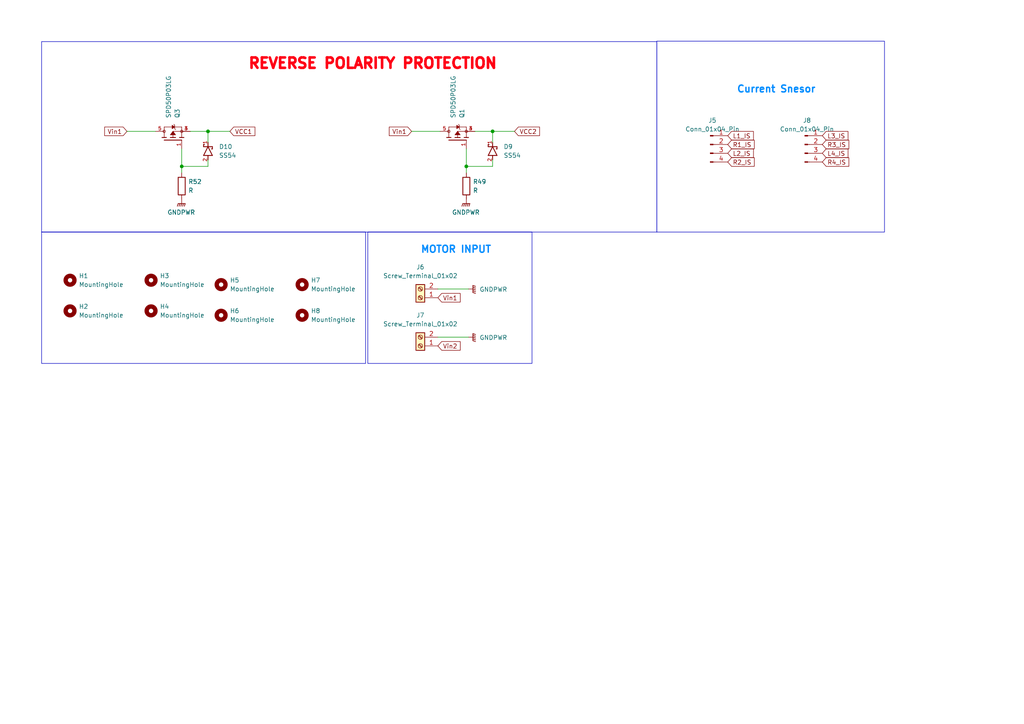
<source format=kicad_sch>
(kicad_sch (version 20230121) (generator eeschema)
  (paper "A4")
  (lib_symbols
    (symbol "Connector:Conn_01x04_Pin" (pin_names (offset 1.016) hide)
      (property "Reference" "J" (at 0 5.08 0))
      (property "Value" "Conn_01x04_Pin" (at 0 -7.62 0))
      (symbol "Conn_01x04_Pin_1_1"
        (polyline (pts (xy 1.27 -5.08) (xy 0.8636 -5.08)) (stroke (width 0.1524)))
        (polyline (pts (xy 1.27 -2.54) (xy 0.8636 -2.54)) (stroke (width 0.1524)))
        (polyline (pts (xy 1.27 0) (xy 0.8636 0)) (stroke (width 0.1524)))
        (polyline (pts (xy 1.27 2.54) (xy 0.8636 2.54)) (stroke (width 0.1524)))
        (rectangle (start 0.8636 -4.953) (end 0 -5.207) (stroke (width 0.1524)) (fill (type outline)))
        (rectangle (start 0.8636 -2.413) (end 0 -2.667) (stroke (width 0.1524)) (fill (type outline)))
        (rectangle (start 0.8636 0.127) (end 0 -0.127) (stroke (width 0.1524)) (fill (type outline)))
        (rectangle (start 0.8636 2.667) (end 0 2.413) (stroke (width 0.1524)) (fill (type outline)))
        (pin passive line (at 5.08 2.54 180) (length 3.81) (name "Pin_1") (number "1"))
        (pin passive line (at 5.08 0 180) (length 3.81) (name "Pin_2") (number "2"))
        (pin passive line (at 5.08 -2.54 180) (length 3.81) (name "Pin_3") (number "3"))
        (pin passive line (at 5.08 -5.08 180) (length 3.81) (name "Pin_4") (number "4"))
      )
    )
    (symbol "Connector:Screw_Terminal_01x02" (pin_names (offset 1.016) hide)
      (property "Reference" "J" (at 0 2.54 0))
      (property "Value" "Screw_Terminal_01x02" (at 0 -5.08 0))
      (symbol "Screw_Terminal_01x02_1_1"
        (rectangle (start -1.27 1.27) (end 1.27 -3.81) (stroke (width 0.254)) (fill (type background)))
        (circle (center 0 -2.54) (radius 0.635) (stroke (width 0.1524)))
        (polyline (pts (xy -0.5334 -2.2098) (xy 0.3302 -3.048)) (stroke (width 0.1524)))
        (polyline (pts (xy -0.5334 0.3302) (xy 0.3302 -0.508)) (stroke (width 0.1524)))
        (polyline (pts (xy -0.3556 -2.032) (xy 0.508 -2.8702)) (stroke (width 0.1524)))
        (polyline (pts (xy -0.3556 0.508) (xy 0.508 -0.3302)) (stroke (width 0.1524)))
        (circle (center 0 0) (radius 0.635) (stroke (width 0.1524)))
        (pin passive line (at -5.08 0 0) (length 3.81) (name "Pin_1") (number "1"))
        (pin passive line (at -5.08 -2.54 0) (length 3.81) (name "Pin_2") (number "2"))
      )
    )
    (symbol "Device:R" (pin_numbers hide) (pin_names (offset 0))
      (property "Reference" "R" (at 2.032 0 90))
      (property "Value" "R" (at 0 0 90))
      (symbol "R_0_1"
        (rectangle (start -1.016 -2.54) (end 1.016 2.54) (stroke (width 0.254)))
      )
      (symbol "R_1_1"
        (pin passive line (at 0 3.81 270) (length 1.27) (name "~") (number "1"))
        (pin passive line (at 0 -3.81 90) (length 1.27) (name "~") (number "2"))
      )
    )
    (symbol "Mechanical:MountingHole" (pin_names (offset 1.016))
      (property "Reference" "H" (at 0 5.08 0))
      (property "Value" "MountingHole" (at 0 3.175 0))
      (symbol "MountingHole_0_1"
        (circle (center 0 0) (radius 1.27) (stroke (width 1.27)))
      )
    )
    (symbol "SPD50P03LG:SPD50P03LG" (pin_names (offset 1.016))
      (property "Reference" "Q" (at -11.4333 -1.2704 0))
      (property "Value" "SPD50P03LG" (at -11.4442 -3.8147 0))
      (symbol "SPD50P03LG_0_0"
        (polyline (pts (xy 0 -2.54) (xy 0 2.54)) (stroke (width 0.254)))
        (polyline (pts (xy 0.762 -3.175) (xy 0.762 -2.54)) (stroke (width 0.254)))
        (polyline (pts (xy 0.762 -2.54) (xy 0.762 -1.905)) (stroke (width 0.254)))
        (polyline (pts (xy 0.762 -2.54) (xy 3.81 -2.54)) (stroke (width 0.1524)))
        (polyline (pts (xy 0.762 -0.762) (xy 0.762 0)) (stroke (width 0.254)))
        (polyline (pts (xy 0.762 0) (xy 0.762 0.762)) (stroke (width 0.254)))
        (polyline (pts (xy 0.762 0) (xy 2.54 0)) (stroke (width 0.1524)))
        (polyline (pts (xy 0.762 1.905) (xy 0.762 2.54)) (stroke (width 0.254)))
        (polyline (pts (xy 0.762 2.54) (xy 0.762 3.175)) (stroke (width 0.254)))
        (polyline (pts (xy 2.54 0) (xy 2.54 2.54)) (stroke (width 0.1524)))
        (polyline (pts (xy 2.54 2.54) (xy 0.762 2.54)) (stroke (width 0.1524)))
        (polyline (pts (xy 2.54 2.54) (xy 3.81 2.54)) (stroke (width 0.1524)))
        (polyline (pts (xy 3.048 0.762) (xy 3.302 0.508)) (stroke (width 0.1524)))
        (polyline (pts (xy 3.302 0.508) (xy 3.81 0.508)) (stroke (width 0.1524)))
        (polyline (pts (xy 3.81 -2.54) (xy 3.81 0.508)) (stroke (width 0.1524)))
        (polyline (pts (xy 3.81 0.508) (xy 3.81 2.54)) (stroke (width 0.1524)))
        (polyline (pts (xy 3.81 0.508) (xy 4.318 0.508)) (stroke (width 0.1524)))
        (polyline (pts (xy 4.318 0.508) (xy 4.572 0.254)) (stroke (width 0.1524)))
        (polyline (pts (xy 2.54 0) (xy 1.524 0.762) (xy 1.524 -0.762) (xy 2.54 0)) (stroke (width 0.1524)) (fill (type outline)))
        (polyline (pts (xy 3.81 0.508) (xy 4.318 -0.254) (xy 3.302 -0.254) (xy 3.81 0.508)) (stroke (width 0.1524)) (fill (type outline)))
        (circle (center 2.54 -2.54) (radius 0.3592))
        (circle (center 2.54 2.54) (radius 0.3592))
        (pin passive line (at -2.54 2.54 0) (length 2.54) (name "~") (number "1"))
        (pin passive line (at 2.54 5.08 270) (length 2.54) (name "~") (number "3"))
        (pin passive line (at 2.54 5.08 270) (length 2.54) (name "~") (number "4"))
        (pin passive line (at 2.54 -5.08 90) (length 2.54) (name "~") (number "5"))
      )
    )
    (symbol "SS54:SS54" (pin_names (offset 1.016))
      (property "Reference" "D" (at -2.286 1.905 0))
      (property "Value" "SS54" (at -2.286 -3.429 0))
      (symbol "SS54_0_0"
        (polyline (pts (xy -1.27 -1.27) (xy 1.27 0)) (stroke (width 0.254)))
        (polyline (pts (xy -1.27 0) (xy -2.54 0)) (stroke (width 0.254)))
        (polyline (pts (xy -1.27 0) (xy -1.27 -1.27)) (stroke (width 0.254)))
        (polyline (pts (xy -1.27 1.27) (xy -1.27 0)) (stroke (width 0.254)))
        (polyline (pts (xy 0.635 -1.016) (xy 0.635 -1.27)) (stroke (width 0.254)))
        (polyline (pts (xy 1.27 -1.27) (xy 0.635 -1.27)) (stroke (width 0.254)))
        (polyline (pts (xy 1.27 0) (xy -1.27 1.27)) (stroke (width 0.254)))
        (polyline (pts (xy 1.27 0) (xy 1.27 -1.27)) (stroke (width 0.254)))
        (polyline (pts (xy 1.27 0) (xy 2.54 0)) (stroke (width 0.254)))
        (polyline (pts (xy 1.27 1.27) (xy 1.27 0)) (stroke (width 0.254)))
        (polyline (pts (xy 1.905 1.27) (xy 1.27 1.27)) (stroke (width 0.254)))
        (polyline (pts (xy 1.905 1.27) (xy 1.905 1.016)) (stroke (width 0.254)))
        (pin passive line (at 2.54 0 180) (length 0) (name "~") (number "1"))
        (pin passive line (at -2.54 0 0) (length 0) (name "~") (number "2"))
      )
    )
    (symbol "power:GNDPWR" (power) (pin_names (offset 0))
      (property "Value" "GNDPWR" (at 0 -3.302 0))
      (symbol "GNDPWR_0_1"
        (polyline (pts (xy 0 -1.27) (xy 0 0)))
        (polyline (pts (xy -1.016 -1.27) (xy -1.27 -2.032) (xy -1.27 -2.032)) (stroke (width 0.2032)))
        (polyline (pts (xy -0.508 -1.27) (xy -0.762 -2.032) (xy -0.762 -2.032)) (stroke (width 0.2032)))
        (polyline (pts (xy 0 -1.27) (xy -0.254 -2.032) (xy -0.254 -2.032)) (stroke (width 0.2032)))
        (polyline (pts (xy 0.508 -1.27) (xy 0.254 -2.032) (xy 0.254 -2.032)) (stroke (width 0.2032)))
        (polyline (pts (xy 1.016 -1.27) (xy -1.016 -1.27) (xy -1.016 -1.27)) (stroke (width 0.2032)))
        (polyline (pts (xy 1.016 -1.27) (xy 0.762 -2.032) (xy 0.762 -2.032) (xy 0.762 -2.032)) (stroke (width 0.2032)))
      )
      (symbol "GNDPWR_1_1"
        (pin power_in line (at 0 0 270) (length 0) hide (name "GNDPWR") (number "1"))
      )
    )
  )
  (junction (at 142.875 38.1))
  (junction (at 52.705 48.26))
  (junction (at 135.255 48.26))
  (junction (at 60.325 38.1))
  (wire (pts (xy 142.875 38.1) (xy 149.225 38.1)))
  (wire (pts (xy 135.255 43.18) (xy 135.255 48.26)))
  (wire (pts (xy 52.705 43.18) (xy 52.705 48.26)))
  (wire (pts (xy 60.325 38.1) (xy 66.675 38.1)))
  (wire (pts (xy 127 97.79) (xy 135.89 97.79)))
  (wire (pts (xy 142.875 38.1) (xy 137.795 38.1)))
  (wire (pts (xy 135.255 48.26) (xy 135.255 50.165)))
  (wire (pts (xy 36.83 38.1) (xy 45.085 38.1)))
  (wire (pts (xy 60.325 46.355) (xy 60.325 48.26)))
  (wire (pts (xy 127 83.82) (xy 135.89 83.82)))
  (wire (pts (xy 142.875 48.26) (xy 135.255 48.26)))
  (wire (pts (xy 142.875 46.355) (xy 142.875 48.26)))
  (wire (pts (xy 60.325 41.275) (xy 60.325 38.1)))
  (wire (pts (xy 52.705 48.26) (xy 52.705 50.165)))
  (wire (pts (xy 60.325 38.1) (xy 55.245 38.1)))
  (wire (pts (xy 142.875 41.275) (xy 142.875 38.1)))
  (wire (pts (xy 60.325 48.26) (xy 52.705 48.26)))
  (wire (pts (xy 119.38 38.1) (xy 127.635 38.1)))
  (rectangle (start 106.68 67.31) (end 154.305 105.41))
  (rectangle (start 12.065 12.065) (end 190.5 67.31))
  (rectangle (start 12.065 67.31) (end 106.045 105.41))
  (rectangle (start 190.5 11.938) (end 256.54 67.31))
  (text "REVERSE POLARITY PROTECTION\n" (at 71.755 20.32 0) (effects (font (size 3 3) (thickness 4) bold) (justify left bottom)))
  (text "MOTOR INPUT" (at 121.92 73.66 0) (effects (font (size 2 2) (thickness 0.4) bold) (justify left bottom)))
  (text "Current Snesor\n" (at 213.614 27.178 0) (effects (font (size 2 2) (thickness 0.4) bold) (justify left bottom)))
  (global_label "Vin1" (shape input) (at 119.38 38.1 180) (property "Intersheetrefs" "${INTERSHEET_REFS}" (effects hide)))
  (global_label "VCC1" (shape input) (at 66.675 38.1 0) (property "Intersheetrefs" "${INTERSHEET_REFS}" (effects hide)))
  (global_label "Vin1" (shape input) (at 36.83 38.1 180) (property "Intersheetrefs" "${INTERSHEET_REFS}" (effects hide)))
  (global_label "L4_IS" (shape input) (at 238.506 44.45 0) (property "Intersheetrefs" "${INTERSHEET_REFS}" (effects hide)))
  (global_label "L3_IS" (shape input) (at 238.506 39.37 0) (property "Intersheetrefs" "${INTERSHEET_REFS}" (effects hide)))
  (global_label "R3_IS" (shape input) (at 238.506 41.91 0) (property "Intersheetrefs" "${INTERSHEET_REFS}" (effects hide)))
  (global_label "L1_IS" (shape input) (at 211.074 39.37 0) (property "Intersheetrefs" "${INTERSHEET_REFS}" (effects hide)))
  (global_label "Vin1" (shape input) (at 127 86.36 0) (property "Intersheetrefs" "${INTERSHEET_REFS}" (effects hide)))
  (global_label "R4_IS" (shape input) (at 238.506 46.99 0) (property "Intersheetrefs" "${INTERSHEET_REFS}" (effects hide)))
  (global_label "R1_IS" (shape input) (at 211.074 41.91 0) (property "Intersheetrefs" "${INTERSHEET_REFS}" (effects hide)))
  (global_label "R2_IS" (shape input) (at 211.074 46.99 0) (property "Intersheetrefs" "${INTERSHEET_REFS}" (effects hide)))
  (global_label "L2_IS" (shape input) (at 211.074 44.45 0) (property "Intersheetrefs" "${INTERSHEET_REFS}" (effects hide)))
  (global_label "VCC2" (shape input) (at 149.225 38.1 0) (property "Intersheetrefs" "${INTERSHEET_REFS}" (effects hide)))
  (global_label "Vin2" (shape input) (at 127 100.33 0) (property "Intersheetrefs" "${INTERSHEET_REFS}" (effects hide)))
  (symbol (lib_id "Mechanical:MountingHole") (at 43.815 81.28 0) (unit 1)
    (property "Reference" "H3" (at 46.355 80.01 0) (effects (justify left)))
    (property "Value" "MountingHole" (at 46.355 82.55 0) (effects (justify left)))
    (property "Footprint" "MountingHole:MountingHole_5.3mm_M5_Pad_Via" (effects hide))
  )
  (symbol (lib_id "Mechanical:MountingHole") (at 43.815 90.17 0) (unit 1)
    (property "Reference" "H4" (at 46.355 88.9 0) (effects (justify left)))
    (property "Value" "MountingHole" (at 46.355 91.44 0) (effects (justify left)))
    (property "Footprint" "MountingHole:MountingHole_5.3mm_M5_Pad_Via" (effects hide))
  )
  (symbol (lib_id "Connector:Screw_Terminal_01x02") (at 121.92 86.36 180) (unit 1)
    (property "Reference" "J6" (at 121.92 77.47 0))
    (property "Value" "Screw_Terminal_01x02" (at 121.92 80.01 0))
    (property "Footprint" "XT90PW-F:AMASS_XT90PW-F" (effects hide))
  )
  (symbol (lib_id "Device:R") (at 52.705 53.975 0) (unit 1)
    (property "Reference" "R52" (at 54.61 52.705 0) (effects (justify left)))
    (property "Value" "R" (at 54.61 55.245 0) (effects (justify left)))
    (property "Footprint" "Resistor_SMD:R_0201_0603Metric" (effects hide))
  )
  (symbol (lib_id "Mechanical:MountingHole") (at 87.63 82.55 0) (unit 1)
    (property "Reference" "H7" (at 90.17 81.28 0) (effects (justify left)))
    (property "Value" "MountingHole" (at 90.17 83.82 0) (effects (justify left)))
    (property "Footprint" "MountingHole:MountingHole_5.3mm_M5_Pad_Via" (effects hide))
  )
  (symbol (lib_id "power:GNDPWR") (at 135.255 57.785 0) (unit 1)
    (property "Reference" "#PWR066" (effects hide))
    (property "Value" "GNDPWR" (at 135.128 61.595 0))
  )
  (symbol (lib_id "Mechanical:MountingHole") (at 64.135 82.55 0) (unit 1)
    (property "Reference" "H5" (at 66.675 81.28 0) (effects (justify left)))
    (property "Value" "MountingHole" (at 66.675 83.82 0) (effects (justify left)))
    (property "Footprint" "MountingHole:MountingHole_5.3mm_M5_Pad_Via" (effects hide))
  )
  (symbol (lib_id "Connector:Conn_01x04_Pin") (at 233.426 41.91 0) (unit 1)
    (property "Reference" "J8" (at 234.061 34.925 0))
    (property "Value" "Conn_01x04_Pin" (at 234.061 37.465 0))
  )
  (symbol (lib_id "power:GNDPWR") (at 135.89 83.82 90) (unit 1)
    (property "Reference" "#PWR067" (effects hide))
    (property "Value" "GNDPWR" (at 139.065 83.947 90) (effects (justify right)))
  )
  (symbol (lib_id "Mechanical:MountingHole") (at 20.32 90.17 0) (unit 1)
    (property "Reference" "H2" (at 22.86 88.9 0) (effects (justify left)))
    (property "Value" "MountingHole" (at 22.86 91.44 0) (effects (justify left)))
    (property "Footprint" "MountingHole:MountingHole_5.3mm_M5_Pad_Via" (effects hide))
  )
  (symbol (lib_id "Connector:Screw_Terminal_01x02") (at 121.92 100.33 180) (unit 1)
    (property "Reference" "J7" (at 121.92 91.44 0))
    (property "Value" "Screw_Terminal_01x02" (at 121.92 93.98 0))
    (property "Footprint" "XT90PW-F:AMASS_XT90PW-F" (effects hide))
  )
  (symbol (lib_id "Mechanical:MountingHole") (at 20.32 81.28 0) (unit 1)
    (property "Reference" "H1" (at 22.86 80.01 0) (effects (justify left)))
    (property "Value" "MountingHole" (at 22.86 82.55 0) (effects (justify left)))
    (property "Footprint" "MountingHole:MountingHole_5.3mm_M5_Pad_Via" (effects hide))
  )
  (symbol (lib_id "SS54:SS54") (at 142.875 43.815 90) (unit 1)
    (property "Reference" "D9" (at 146.05 42.545 90) (effects (justify right)))
    (property "Value" "SS54" (at 146.05 45.085 90) (effects (justify right)))
    (property "Footprint" "SS54:SMC" (effects hide))
    (property "MF" "MDD" (effects hide))
    (property "Description" "\nDiode Schottky 40 V 5A Surface Mount SMA\n" (effects hide))
    (property "Package" "None" (effects hide))
    (property "Price" "None" (effects hide))
    (property "SnapEDA_Link" "https://www.snapeda.com/parts/SS54/MDD/view-part/?ref=snap" (effects hide))
    (property "MP" "SS54" (effects hide))
    (property "Purchase-URL" "https://www.snapeda.com/api/url_track_click_mouser/?unipart_id=12137997&manufacturer=MDD&part_name=SS54&search_term=ss54" (effects hide))
    (property "Availability" "In Stock" (effects hide))
    (property "Check_prices" "https://www.snapeda.com/parts/SS54/MDD/view-part/?ref=eda" (effects hide))
  )
  (symbol (lib_id "SPD50P03LG:SPD50P03LG") (at 50.165 40.64 270) (mirror x) (unit 1)
    (property "Reference" "Q3" (at 51.435 34.29 0) (effects (justify left)))
    (property "Value" "SPD50P03LG" (at 48.895 34.29 0) (effects (justify left)))
    (property "Footprint" "SPD50P03LG:TO252-51" (effects hide))
  )
  (symbol (lib_id "power:GNDPWR") (at 52.705 57.785 0) (unit 1)
    (property "Reference" "#PWR083" (effects hide))
    (property "Value" "GNDPWR" (at 52.578 61.595 0))
  )
  (symbol (lib_id "SPD50P03LG:SPD50P03LG") (at 132.715 40.64 270) (mirror x) (unit 1)
    (property "Reference" "Q1" (at 133.985 34.29 0) (effects (justify left)))
    (property "Value" "SPD50P03LG" (at 131.445 34.29 0) (effects (justify left)))
    (property "Footprint" "SPD50P03LG:TO252-51" (effects hide))
  )
  (symbol (lib_id "Mechanical:MountingHole") (at 64.135 91.44 0) (unit 1)
    (property "Reference" "H6" (at 66.675 90.17 0) (effects (justify left)))
    (property "Value" "MountingHole" (at 66.675 92.71 0) (effects (justify left)))
    (property "Footprint" "MountingHole:MountingHole_5.3mm_M5_Pad_Via" (effects hide))
  )
  (symbol (lib_id "Device:R") (at 135.255 53.975 0) (unit 1)
    (property "Reference" "R49" (at 137.16 52.705 0) (effects (justify left)))
    (property "Value" "R" (at 137.16 55.245 0) (effects (justify left)))
    (property "Footprint" "Resistor_SMD:R_0201_0603Metric" (effects hide))
  )
  (symbol (lib_id "power:GNDPWR") (at 135.89 97.79 90) (unit 1)
    (property "Reference" "#PWR068" (effects hide))
    (property "Value" "GNDPWR" (at 139.065 97.917 90) (effects (justify right)))
  )
  (symbol (lib_id "SS54:SS54") (at 60.325 43.815 90) (unit 1)
    (property "Reference" "D10" (at 63.5 42.545 90) (effects (justify right)))
    (property "Value" "SS54" (at 63.5 45.085 90) (effects (justify right)))
    (property "Footprint" "SS54:SMC" (effects hide))
    (property "MF" "MDD" (effects hide))
    (property "Description" "\nDiode Schottky 40 V 5A Surface Mount SMA\n" (effects hide))
    (property "Package" "None" (effects hide))
    (property "Price" "None" (effects hide))
    (property "SnapEDA_Link" "https://www.snapeda.com/parts/SS54/MDD/view-part/?ref=snap" (effects hide))
    (property "MP" "SS54" (effects hide))
    (property "Purchase-URL" "https://www.snapeda.com/api/url_track_click_mouser/?unipart_id=12137997&manufacturer=MDD&part_name=SS54&search_term=ss54" (effects hide))
    (property "Availability" "In Stock" (effects hide))
    (property "Check_prices" "https://www.snapeda.com/parts/SS54/MDD/view-part/?ref=eda" (effects hide))
  )
  (symbol (lib_id "Connector:Conn_01x04_Pin") (at 205.994 41.91 0) (unit 1)
    (property "Reference" "J5" (at 206.629 34.925 0))
    (property "Value" "Conn_01x04_Pin" (at 206.629 37.465 0))
  )
  (symbol (lib_id "Mechanical:MountingHole") (at 87.63 91.44 0) (unit 1)
    (property "Reference" "H8" (at 90.17 90.17 0) (effects (justify left)))
    (property "Value" "MountingHole" (at 90.17 92.71 0) (effects (justify left)))
    (property "Footprint" "MountingHole:MountingHole_5.3mm_M5_Pad_Via" (effects hide))
  )
)
</source>
